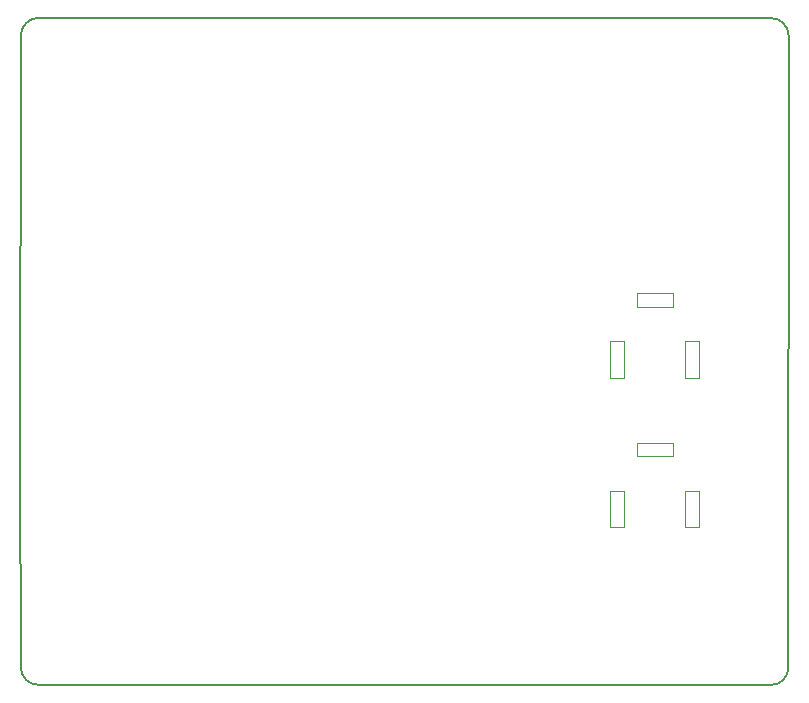
<source format=gbr>
%FSLAX34Y34*%
%MOMM*%
%LNOUTLINE*%
G71*
G01*
%ADD10C, 0.20*%
%ADD11C, 0.10*%
%LPD*%
G54D10*
X16287Y-1190D02*
X636248Y-1350D01*
G54D10*
X651329Y-16431D02*
X651169Y-551064D01*
G54D10*
X16127Y-565985D02*
X636088Y-566144D01*
G54D10*
X1206Y-16271D02*
X909Y-375649D01*
G54D10*
G75*
G01X16287Y-1190D02*
G03X1206Y-16271I0J-15081D01*
G01*
G54D10*
G75*
G01X651329Y-16431D02*
G03X636248Y-1350I-15081J0D01*
G01*
G54D10*
G75*
G01X636088Y-566144D02*
G03X651169Y-551064I0J15080D01*
G01*
G54D10*
G75*
G01X1046Y-550904D02*
G03X16127Y-565985I15081J0D01*
G01*
G54D10*
X909Y-375649D02*
X1046Y-550904D01*
G54D11*
X563959Y-275034D02*
X575072Y-275034D01*
X575072Y-305991D01*
X563959Y-305991D01*
X563959Y-275034D01*
G54D11*
X553641Y-234553D02*
X553641Y-245665D01*
X522685Y-245665D01*
X522685Y-234553D01*
X553641Y-234553D01*
G54D11*
X500459Y-275034D02*
X511572Y-275034D01*
X511572Y-305991D01*
X500459Y-305991D01*
X500459Y-275034D01*
G54D11*
X563959Y-401638D02*
X575072Y-401638D01*
X575072Y-432594D01*
X563959Y-432594D01*
X563959Y-401638D01*
G54D11*
X553641Y-361156D02*
X553641Y-372268D01*
X522685Y-372268D01*
X522685Y-361156D01*
X553641Y-361156D01*
G54D11*
X500459Y-401638D02*
X511572Y-401638D01*
X511572Y-432594D01*
X500459Y-432594D01*
X500459Y-401638D01*
M02*

</source>
